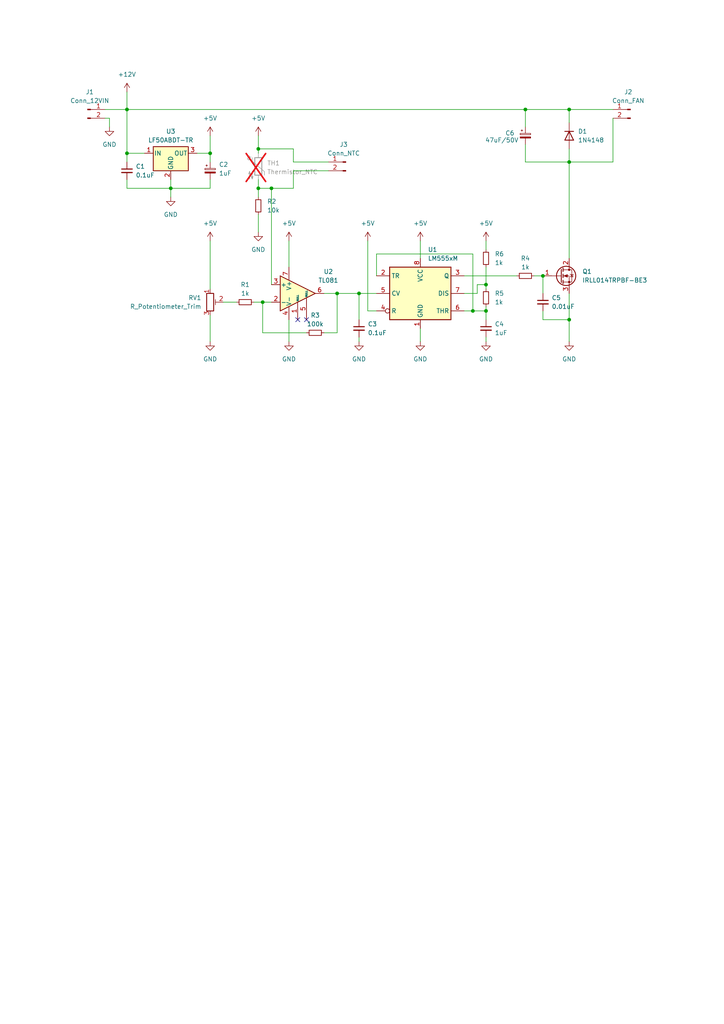
<source format=kicad_sch>
(kicad_sch (version 20231120) (generator "eeschema") (generator_version "8.0")
  (paper "A4" portrait)
  (lib_symbols
    (symbol "Amplifier_Operational:TL081" (pin_names (offset 0.127))
      (property "Reference" "U" (at 0 6.35 0))
      (property "Value" "TL081" (at 0 3.81 0))
      (symbol "TL081_0_1"
        (polyline (pts (xy -5.08 5.08) (xy 5.08 0) (xy -5.08 -5.08) (xy -5.08 5.08)) (stroke (width 0.254)) (fill (type background)))
      )
      (symbol "TL081_1_1"
        (pin input line (at 0 -7.62 90) (length 5.08) (name "NULL") (number "1"))
        (pin input line (at -7.62 -2.54 0) (length 2.54) (name "-") (number "2"))
        (pin input line (at -7.62 2.54 0) (length 2.54) (name "+") (number "3"))
        (pin power_in line (at -2.54 -7.62 90) (length 3.81) (name "V-") (number "4"))
        (pin input line (at 2.54 -7.62 90) (length 6.35) (name "NULL") (number "5"))
        (pin output line (at 7.62 0 180) (length 2.54) (name "~") (number "6"))
        (pin power_in line (at -2.54 7.62 270) (length 3.81) (name "V+") (number "7"))
        (pin no_connect line (at 0 2.54 270) (length 2.54) hide (name "NC") (number "8"))
      )
    )
    (symbol "Connector:Conn_01x02_Pin" (pin_names (offset 1.016) hide)
      (property "Reference" "J" (at 0 2.54 0))
      (property "Value" "Conn_01x02_Pin" (at 0 -5.08 0))
      (symbol "Conn_01x02_Pin_1_1"
        (polyline (pts (xy 1.27 -2.54) (xy 0.8636 -2.54)) (stroke (width 0.1524)))
        (polyline (pts (xy 1.27 0) (xy 0.8636 0)) (stroke (width 0.1524)))
        (rectangle (start 0.8636 -2.413) (end 0 -2.667) (stroke (width 0.1524)) (fill (type outline)))
        (rectangle (start 0.8636 0.127) (end 0 -0.127) (stroke (width 0.1524)) (fill (type outline)))
        (pin passive line (at 5.08 0 180) (length 3.81) (name "Pin_1") (number "1"))
        (pin passive line (at 5.08 -2.54 180) (length 3.81) (name "Pin_2") (number "2"))
      )
    )
    (symbol "Device:C_Polarized_Small" (pin_numbers hide) (pin_names (offset 0.254) hide)
      (property "Reference" "C" (at 0.254 1.778 0))
      (property "Value" "C_Polarized_Small" (at 0.254 -2.032 0))
      (symbol "C_Polarized_Small_0_1"
        (rectangle (start -1.524 -0.3048) (end 1.524 -0.6858) (fill (type outline)))
        (rectangle (start -1.524 0.6858) (end 1.524 0.3048))
        (polyline (pts (xy -1.27 1.524) (xy -0.762 1.524)))
        (polyline (pts (xy -1.016 1.27) (xy -1.016 1.778)))
      )
      (symbol "C_Polarized_Small_1_1"
        (pin passive line (at 0 2.54 270) (length 1.8542) (name "~") (number "1"))
        (pin passive line (at 0 -2.54 90) (length 1.8542) (name "~") (number "2"))
      )
    )
    (symbol "Device:C_Small" (pin_numbers hide) (pin_names (offset 0.254) hide)
      (property "Reference" "C" (at 0.254 1.778 0))
      (property "Value" "C_Small" (at 0.254 -2.032 0))
      (symbol "C_Small_0_1"
        (polyline (pts (xy -1.524 -0.508) (xy 1.524 -0.508)) (stroke (width 0.3302)))
        (polyline (pts (xy -1.524 0.508) (xy 1.524 0.508)) (stroke (width 0.3048)))
      )
      (symbol "C_Small_1_1"
        (pin passive line (at 0 2.54 270) (length 2.032) (name "~") (number "1"))
        (pin passive line (at 0 -2.54 90) (length 2.032) (name "~") (number "2"))
      )
    )
    (symbol "Device:R_Potentiometer_Trim" (pin_names (offset 1.016) hide)
      (property "Reference" "RV" (at -4.445 0 90))
      (property "Value" "R_Potentiometer_Trim" (at -2.54 0 90))
      (symbol "R_Potentiometer_Trim_0_1"
        (polyline (pts (xy 1.524 0.762) (xy 1.524 -0.762)))
        (polyline (pts (xy 2.54 0) (xy 1.524 0)))
        (rectangle (start 1.016 2.54) (end -1.016 -2.54) (stroke (width 0.254)))
      )
      (symbol "R_Potentiometer_Trim_1_1"
        (pin passive line (at 0 3.81 270) (length 1.27) (name "1") (number "1"))
        (pin passive line (at 3.81 0 180) (length 1.27) (name "2") (number "2"))
        (pin passive line (at 0 -3.81 90) (length 1.27) (name "3") (number "3"))
      )
    )
    (symbol "Device:R_Small" (pin_numbers hide) (pin_names (offset 0.254) hide)
      (property "Reference" "R" (at 0.762 0.508 0))
      (property "Value" "R_Small" (at 0.762 -1.016 0))
      (symbol "R_Small_0_1"
        (rectangle (start -0.762 1.778) (end 0.762 -1.778) (stroke (width 0.2032)))
      )
      (symbol "R_Small_1_1"
        (pin passive line (at 0 2.54 270) (length 0.762) (name "~") (number "1"))
        (pin passive line (at 0 -2.54 90) (length 0.762) (name "~") (number "2"))
      )
    )
    (symbol "Device:Thermistor_NTC" (pin_numbers hide) (pin_names (offset 0))
      (property "Reference" "TH" (at -4.445 0 90))
      (property "Value" "Thermistor_NTC" (at 3.175 0 90))
      (symbol "Thermistor_NTC_0_1"
        (arc (start -3.048 2.159) (mid -3.0495 2.3143) (end -3.175 2.413))
        (arc (start -3.048 2.159) (mid -2.9736 1.9794) (end -2.794 1.905))
        (arc (start -3.048 2.794) (mid -2.9736 2.6144) (end -2.794 2.54))
        (arc (start -2.794 1.905) (mid -2.6144 1.9794) (end -2.54 2.159))
        (arc (start -2.794 2.54) (mid -2.4393 2.5587) (end -2.159 2.794))
        (arc (start -2.794 3.048) (mid -2.9736 2.9736) (end -3.048 2.794))
        (arc (start -2.54 2.794) (mid -2.6144 2.9736) (end -2.794 3.048))
        (rectangle (start -1.016 2.54) (end 1.016 -2.54) (stroke (width 0.254)))
        (polyline (pts (xy -2.54 2.159) (xy -2.54 2.794)))
        (polyline (pts (xy -1.778 2.54) (xy -1.778 1.524) (xy 1.778 -1.524) (xy 1.778 -2.54)))
        (polyline (pts (xy -2.54 -3.683) (xy -2.54 -1.397) (xy -2.794 -2.159) (xy -2.286 -2.159) (xy -2.54 -1.397) (xy -2.54 -1.651)) (fill (type outline)))
        (polyline (pts (xy -1.778 -1.397) (xy -1.778 -3.683) (xy -2.032 -2.921) (xy -1.524 -2.921) (xy -1.778 -3.683) (xy -1.778 -3.429)) (fill (type outline)))
      )
      (symbol "Thermistor_NTC_1_1"
        (pin passive line (at 0 3.81 270) (length 1.27) (name "~") (number "1"))
        (pin passive line (at 0 -3.81 90) (length 1.27) (name "~") (number "2"))
      )
    )
    (symbol "Diode:1N4148" (pin_numbers hide) (pin_names hide)
      (property "Reference" "D" (at 0 2.54 0))
      (property "Value" "1N4148" (at 0 -2.54 0))
      (symbol "1N4148_0_1"
        (polyline (pts (xy -1.27 1.27) (xy -1.27 -1.27)) (stroke (width 0.254)))
        (polyline (pts (xy 1.27 0) (xy -1.27 0)))
        (polyline (pts (xy 1.27 1.27) (xy 1.27 -1.27) (xy -1.27 0) (xy 1.27 1.27)) (stroke (width 0.254)))
      )
      (symbol "1N4148_1_1"
        (pin passive line (at -3.81 0 0) (length 2.54) (name "K") (number "1"))
        (pin passive line (at 3.81 0 180) (length 2.54) (name "A") (number "2"))
      )
    )
    (symbol "Regulator_Linear:L7805" (pin_names (offset 0.254))
      (property "Reference" "U" (at -3.81 3.175 0))
      (property "Value" "L7805" (at 0 3.175 0))
      (symbol "L7805_0_1"
        (rectangle (start -5.08 1.905) (end 5.08 -5.08) (stroke (width 0.254)) (fill (type background)))
      )
      (symbol "L7805_1_1"
        (pin power_in line (at -7.62 0 0) (length 2.54) (name "IN") (number "1"))
        (pin power_in line (at 0 -7.62 90) (length 2.54) (name "GND") (number "2"))
        (pin power_out line (at 7.62 0 180) (length 2.54) (name "OUT") (number "3"))
      )
    )
    (symbol "Timer:LM555xM"
      (property "Reference" "U" (at -10.16 8.89 0))
      (property "Value" "LM555xM" (at 2.54 8.89 0))
      (symbol "LM555xM_0_0"
        (pin power_in line (at 0 -10.16 90) (length 2.54) (name "GND") (number "1"))
        (pin power_in line (at 0 10.16 270) (length 2.54) (name "VCC") (number "8"))
      )
      (symbol "LM555xM_0_1"
        (rectangle (start -8.89 -7.62) (end 8.89 7.62) (stroke (width 0.254)) (fill (type background)))
        (rectangle (start -8.89 -7.62) (end 8.89 7.62) (stroke (width 0.254)) (fill (type background)))
      )
      (symbol "LM555xM_1_1"
        (pin input line (at -12.7 5.08 0) (length 3.81) (name "TR") (number "2"))
        (pin output line (at 12.7 5.08 180) (length 3.81) (name "Q") (number "3"))
        (pin input inverted (at -12.7 -5.08 0) (length 3.81) (name "R") (number "4"))
        (pin input line (at -12.7 0 0) (length 3.81) (name "CV") (number "5"))
        (pin input line (at 12.7 -5.08 180) (length 3.81) (name "THR") (number "6"))
        (pin input line (at 12.7 0 180) (length 3.81) (name "DIS") (number "7"))
      )
    )
    (symbol "Transistor_FET:BUK7880-55A" (pin_names hide)
      (property "Reference" "Q" (at 5.08 1.905 0))
      (property "Value" "BUK7880-55A" (at 5.08 0 0))
      (symbol "BUK7880-55A_0_1"
        (polyline (pts (xy 0.254 0) (xy -2.54 0)))
        (polyline (pts (xy 0.254 1.905) (xy 0.254 -1.905)) (stroke (width 0.254)))
        (polyline (pts (xy 0.762 -1.27) (xy 0.762 -2.286)) (stroke (width 0.254)))
        (polyline (pts (xy 0.762 0.508) (xy 0.762 -0.508)) (stroke (width 0.254)))
        (polyline (pts (xy 0.762 2.286) (xy 0.762 1.27)) (stroke (width 0.254)))
        (polyline (pts (xy 2.54 2.54) (xy 2.54 1.778)))
        (polyline (pts (xy 2.54 -2.54) (xy 2.54 0) (xy 0.762 0)))
        (polyline (pts (xy 0.762 -1.778) (xy 3.302 -1.778) (xy 3.302 1.778) (xy 0.762 1.778)))
        (polyline (pts (xy 1.016 0) (xy 2.032 0.381) (xy 2.032 -0.381) (xy 1.016 0)) (fill (type outline)))
        (polyline (pts (xy 2.794 0.508) (xy 2.921 0.381) (xy 3.683 0.381) (xy 3.81 0.254)))
        (polyline (pts (xy 3.302 0.381) (xy 2.921 -0.254) (xy 3.683 -0.254) (xy 3.302 0.381)))
        (circle (center 1.651 0) (radius 2.794) (stroke (width 0.254)))
        (circle (center 2.54 -1.778) (radius 0.254) (fill (type outline)))
        (circle (center 2.54 1.778) (radius 0.254) (fill (type outline)))
      )
      (symbol "BUK7880-55A_1_1"
        (pin input line (at -5.08 0 0) (length 2.54) (name "G") (number "1"))
        (pin passive line (at 2.54 5.08 270) (length 2.54) (name "D") (number "2"))
        (pin passive line (at 2.54 -5.08 90) (length 2.54) (name "S") (number "3"))
      )
    )
    (symbol "power:+12V" (power) (pin_numbers hide) (pin_names (offset 0) hide)
      (property "Value" "+12V" (at 0 3.556 0))
      (symbol "+12V_0_1"
        (polyline (pts (xy -0.762 1.27) (xy 0 2.54)))
        (polyline (pts (xy 0 0) (xy 0 2.54)))
        (polyline (pts (xy 0 2.54) (xy 0.762 1.27)))
      )
      (symbol "+12V_1_1"
        (pin power_in line (at 0 0 90) (length 0) (name "~") (number "1"))
      )
    )
    (symbol "power:+5V" (power) (pin_numbers hide) (pin_names (offset 0) hide)
      (property "Value" "+5V" (at 0 3.556 0))
      (symbol "+5V_0_1"
        (polyline (pts (xy -0.762 1.27) (xy 0 2.54)))
        (polyline (pts (xy 0 0) (xy 0 2.54)))
        (polyline (pts (xy 0 2.54) (xy 0.762 1.27)))
      )
      (symbol "+5V_1_1"
        (pin power_in line (at 0 0 90) (length 0) (name "~") (number "1"))
      )
    )
    (symbol "power:GND" (power) (pin_numbers hide) (pin_names (offset 0) hide)
      (property "Value" "GND" (at 0 -3.81 0))
      (symbol "GND_0_1"
        (polyline (pts (xy 0 0) (xy 0 -1.27) (xy 1.27 -1.27) (xy 0 -2.54) (xy -1.27 -1.27) (xy 0 -1.27)))
      )
      (symbol "GND_1_1"
        (pin power_in line (at 0 0 270) (length 0) (name "~") (number "1"))
      )
    )
  )
  (junction (at 78.74 54.61))
  (junction (at 97.79 85.09))
  (junction (at 74.93 54.61))
  (junction (at 165.1 46.99))
  (junction (at 104.14 85.09))
  (junction (at 137.16 90.17))
  (junction (at 157.48 80.01))
  (junction (at 140.97 82.55))
  (junction (at 152.4 31.75))
  (junction (at 74.93 43.18))
  (junction (at 165.1 92.71))
  (junction (at 140.97 90.17))
  (junction (at 36.83 44.45))
  (junction (at 165.1 31.75))
  (junction (at 60.96 44.45))
  (junction (at 36.83 31.75))
  (junction (at 76.2 87.63))
  (junction (at 49.53 54.61))
  (no_connect (at 88.9 92.71))
  (no_connect (at 86.36 92.71))
  (wire (pts (xy 76.2 96.52) (xy 76.2 87.63)))
  (wire (pts (xy 152.4 31.75) (xy 165.1 31.75)))
  (wire (pts (xy 165.1 31.75) (xy 177.8 31.75)))
  (wire (pts (xy 74.93 54.61) (xy 74.93 57.15)))
  (wire (pts (xy 134.62 85.09) (xy 138.43 85.09)))
  (wire (pts (xy 60.96 54.61) (xy 49.53 54.61)))
  (wire (pts (xy 85.09 43.18) (xy 74.93 43.18)))
  (wire (pts (xy 137.16 73.66) (xy 137.16 90.17)))
  (wire (pts (xy 93.98 96.52) (xy 97.79 96.52)))
  (wire (pts (xy 85.09 49.53) (xy 85.09 54.61)))
  (wire (pts (xy 36.83 44.45) (xy 41.91 44.45)))
  (wire (pts (xy 140.97 82.55) (xy 140.97 83.82)))
  (wire (pts (xy 138.43 82.55) (xy 140.97 82.55)))
  (wire (pts (xy 73.66 87.63) (xy 76.2 87.63)))
  (wire (pts (xy 152.4 46.99) (xy 165.1 46.99)))
  (wire (pts (xy 165.1 92.71) (xy 165.1 99.06)))
  (wire (pts (xy 109.22 90.17) (xy 106.68 90.17)))
  (wire (pts (xy 106.68 69.85) (xy 106.68 90.17)))
  (wire (pts (xy 49.53 54.61) (xy 49.53 57.15)))
  (wire (pts (xy 104.14 85.09) (xy 104.14 92.71)))
  (wire (pts (xy 104.14 97.79) (xy 104.14 99.06)))
  (wire (pts (xy 74.93 43.18) (xy 74.93 44.45)))
  (wire (pts (xy 177.8 34.29) (xy 177.8 46.99)))
  (wire (pts (xy 76.2 87.63) (xy 78.74 87.63)))
  (wire (pts (xy 97.79 85.09) (xy 104.14 85.09)))
  (wire (pts (xy 30.48 31.75) (xy 36.83 31.75)))
  (wire (pts (xy 36.83 31.75) (xy 152.4 31.75)))
  (wire (pts (xy 157.48 92.71) (xy 165.1 92.71)))
  (wire (pts (xy 157.48 90.17) (xy 157.48 92.71)))
  (wire (pts (xy 78.74 54.61) (xy 74.93 54.61)))
  (wire (pts (xy 95.25 46.99) (xy 85.09 46.99)))
  (wire (pts (xy 36.83 31.75) (xy 36.83 44.45)))
  (wire (pts (xy 31.75 34.29) (xy 31.75 36.83)))
  (wire (pts (xy 78.74 82.55) (xy 78.74 54.61)))
  (wire (pts (xy 165.1 46.99) (xy 165.1 74.93)))
  (wire (pts (xy 134.62 80.01) (xy 149.86 80.01)))
  (wire (pts (xy 60.96 39.37) (xy 60.96 44.45)))
  (wire (pts (xy 152.4 31.75) (xy 152.4 36.83)))
  (wire (pts (xy 165.1 85.09) (xy 165.1 92.71)))
  (wire (pts (xy 64.77 87.63) (xy 68.58 87.63)))
  (wire (pts (xy 157.48 80.01) (xy 157.48 85.09)))
  (wire (pts (xy 121.92 69.85) (xy 121.92 74.93)))
  (wire (pts (xy 36.83 54.61) (xy 49.53 54.61)))
  (wire (pts (xy 57.15 44.45) (xy 60.96 44.45)))
  (wire (pts (xy 109.22 85.09) (xy 104.14 85.09)))
  (wire (pts (xy 121.92 95.25) (xy 121.92 99.06)))
  (wire (pts (xy 88.9 96.52) (xy 76.2 96.52)))
  (wire (pts (xy 165.1 31.75) (xy 165.1 35.56)))
  (wire (pts (xy 85.09 46.99) (xy 85.09 43.18)))
  (wire (pts (xy 152.4 41.91) (xy 152.4 46.99)))
  (wire (pts (xy 74.93 39.37) (xy 74.93 43.18)))
  (wire (pts (xy 97.79 96.52) (xy 97.79 85.09)))
  (wire (pts (xy 60.96 69.85) (xy 60.96 83.82)))
  (wire (pts (xy 109.22 80.01) (xy 109.22 73.66)))
  (wire (pts (xy 140.97 69.85) (xy 140.97 72.39)))
  (wire (pts (xy 109.22 73.66) (xy 137.16 73.66)))
  (wire (pts (xy 60.96 52.07) (xy 60.96 54.61)))
  (wire (pts (xy 36.83 52.07) (xy 36.83 54.61)))
  (wire (pts (xy 154.94 80.01) (xy 157.48 80.01)))
  (wire (pts (xy 60.96 44.45) (xy 60.96 46.99)))
  (wire (pts (xy 140.97 88.9) (xy 140.97 90.17)))
  (wire (pts (xy 83.82 92.71) (xy 83.82 99.06)))
  (wire (pts (xy 137.16 90.17) (xy 140.97 90.17)))
  (wire (pts (xy 140.97 90.17) (xy 140.97 92.71)))
  (wire (pts (xy 36.83 26.67) (xy 36.83 31.75)))
  (wire (pts (xy 138.43 85.09) (xy 138.43 82.55)))
  (wire (pts (xy 140.97 97.79) (xy 140.97 99.06)))
  (wire (pts (xy 36.83 44.45) (xy 36.83 46.99)))
  (wire (pts (xy 95.25 49.53) (xy 85.09 49.53)))
  (wire (pts (xy 74.93 62.23) (xy 74.93 67.31)))
  (wire (pts (xy 177.8 46.99) (xy 165.1 46.99)))
  (wire (pts (xy 74.93 52.07) (xy 74.93 54.61)))
  (wire (pts (xy 93.98 85.09) (xy 97.79 85.09)))
  (wire (pts (xy 49.53 54.61) (xy 49.53 52.07)))
  (wire (pts (xy 60.96 91.44) (xy 60.96 99.06)))
  (wire (pts (xy 30.48 34.29) (xy 31.75 34.29)))
  (wire (pts (xy 165.1 43.18) (xy 165.1 46.99)))
  (wire (pts (xy 134.62 90.17) (xy 137.16 90.17)))
  (wire (pts (xy 85.09 54.61) (xy 78.74 54.61)))
  (wire (pts (xy 83.82 69.85) (xy 83.82 77.47)))
  (wire (pts (xy 140.97 77.47) (xy 140.97 82.55)))
  (symbol (lib_id "Device:R_Small") (at 71.12 87.63 90) (unit 1)
    (property "Reference" "R1" (at 71.12 82.55 90))
    (property "Value" "1k" (at 71.12 85.09 90))
    (property "Footprint" "Resistor_SMD:R_0402_1005Metric" (effects (hide yes)))
    (property "Description" "Resistor, small symbol" (effects (hide yes)))
  )
  (symbol (lib_id "Amplifier_Operational:TL081") (at 86.36 85.09 0) (unit 1)
    (property "Reference" "U2" (at 95.25 78.7714 0))
    (property "Value" "TL081" (at 95.25 81.3114 0))
    (property "Footprint" "kzpe_fp:SOIC127P600X175-8N" (effects (hide yes)))
    (property "Datasheet" "http://www.ti.com/lit/ds/symlink/tl081.pdf" (effects (hide yes)))
    (property "Description" "Single JFET-Input Operational Amplifiers, DIP-8/SOIC-8" (effects (hide yes)))
  )
  (symbol (lib_id "power:+5V") (at 60.96 39.37 0) (unit 1)
    (property "Reference" "#PWR04" (effects (hide yes)))
    (property "Value" "+5V" (at 60.96 34.29 0))
    (property "Description" "Power symbol creates a global label with name \"+5V\"" (effects (hide yes)))
  )
  (symbol (lib_id "Device:C_Polarized_Small") (at 152.4 39.37 0) (unit 1)
    (property "Reference" "C6" (at 146.558 38.608 0) (effects (justify left)))
    (property "Value" "47uF/50V" (at 140.716 40.64 0) (effects (justify left)))
    (property "Footprint" "Capacitor_SMD:CP_Elec_4x4.5" (effects (hide yes)))
    (property "Description" "Polarized capacitor, small symbol" (effects (hide yes)))
  )
  (symbol (lib_id "power:+5V") (at 106.68 69.85 0) (unit 1)
    (property "Reference" "#PWR012" (effects (hide yes)))
    (property "Value" "+5V" (at 106.68 64.77 0))
    (property "Description" "Power symbol creates a global label with name \"+5V\"" (effects (hide yes)))
  )
  (symbol (lib_id "power:GND") (at 74.93 67.31 0) (unit 1)
    (property "Reference" "#PWR07" (effects (hide yes)))
    (property "Value" "GND" (at 74.93 72.39 0))
    (property "Description" "Power symbol creates a global label with name \"GND\" , ground" (effects (hide yes)))
  )
  (symbol (lib_id "Timer:LM555xM") (at 121.92 85.09 0) (unit 1)
    (property "Reference" "U1" (at 124.1141 72.39 0) (effects (justify left)))
    (property "Value" "LM555xM" (at 124.1141 74.93 0) (effects (justify left)))
    (property "Footprint" "kzpe_fp:SOIC127P600X175-8N" (effects (hide yes)))
    (property "Datasheet" "http://www.ti.com/lit/ds/symlink/lm555.pdf" (effects (hide yes)))
    (property "Description" "Timer, 555 compatible, SOIC-8" (effects (hide yes)))
  )
  (symbol (lib_id "Device:C_Small") (at 36.83 49.53 0) (unit 1)
    (property "Reference" "C1" (at 39.37 48.2662 0) (effects (justify left)))
    (property "Value" "0.1uF" (at 39.37 50.8062 0) (effects (justify left)))
    (property "Footprint" "Capacitor_SMD:C_0402_1005Metric" (effects (hide yes)))
    (property "Description" "Unpolarized capacitor, small symbol" (effects (hide yes)))
  )
  (symbol (lib_id "power:+12V") (at 36.83 26.67 0) (unit 1)
    (property "Reference" "#PWR017" (effects (hide yes)))
    (property "Value" "+12V" (at 36.83 21.59 0))
    (property "Description" "Power symbol creates a global label with name \"+12V\"" (effects (hide yes)))
  )
  (symbol (lib_id "power:GND") (at 31.75 36.83 0) (unit 1)
    (property "Reference" "#PWR02" (effects (hide yes)))
    (property "Value" "GND" (at 31.75 41.91 0))
    (property "Description" "Power symbol creates a global label with name \"GND\" , ground" (effects (hide yes)))
  )
  (symbol (lib_id "Device:R_Small") (at 91.44 96.52 90) (unit 1)
    (property "Reference" "R3" (at 91.44 91.44 90))
    (property "Value" "100k" (at 91.44 93.98 90))
    (property "Footprint" "Resistor_SMD:R_0402_1005Metric" (effects (hide yes)))
    (property "Description" "Resistor, small symbol" (effects (hide yes)))
  )
  (symbol (lib_id "Connector:Conn_01x02_Pin") (at 25.4 31.75 0) (unit 1)
    (property "Reference" "J1" (at 26.035 26.67 0))
    (property "Value" "Conn_12VIN" (at 26.035 29.21 0))
    (property "Footprint" "Connector_Wire:SolderWire-1.5sqmm_1x02_P6mm_D1.7mm_OD3mm" (effects (hide yes)))
    (property "Description" "Generic connector, single row, 01x02, script generated" (effects (hide yes)))
  )
  (symbol (lib_id "Device:C_Polarized_Small") (at 60.96 49.53 0) (unit 1)
    (property "Reference" "C2" (at 63.5 47.7138 0) (effects (justify left)))
    (property "Value" "1uF" (at 63.5 50.2538 0) (effects (justify left)))
    (property "Footprint" "Capacitor_SMD:C_0402_1005Metric" (effects (hide yes)))
    (property "Description" "Polarized capacitor, small symbol" (effects (hide yes)))
  )
  (symbol (lib_id "power:GND") (at 49.53 57.15 0) (unit 1)
    (property "Reference" "#PWR03" (effects (hide yes)))
    (property "Value" "GND" (at 49.53 62.23 0))
    (property "Description" "Power symbol creates a global label with name \"GND\" , ground" (effects (hide yes)))
  )
  (symbol (lib_id "power:+5V") (at 121.92 69.85 0) (unit 1)
    (property "Reference" "#PWR013" (effects (hide yes)))
    (property "Value" "+5V" (at 121.92 64.77 0))
    (property "Description" "Power symbol creates a global label with name \"+5V\"" (effects (hide yes)))
  )
  (symbol (lib_id "power:GND") (at 121.92 99.06 0) (unit 1)
    (property "Reference" "#PWR010" (effects (hide yes)))
    (property "Value" "GND" (at 121.92 104.14 0))
    (property "Description" "Power symbol creates a global label with name \"GND\" , ground" (effects (hide yes)))
  )
  (symbol (lib_id "Device:R_Small") (at 152.4 80.01 90) (unit 1)
    (property "Reference" "R4" (at 152.4 74.93 90))
    (property "Value" "1k" (at 152.4 77.47 90))
    (property "Footprint" "Resistor_SMD:R_0402_1005Metric" (effects (hide yes)))
    (property "Description" "Resistor, small symbol" (effects (hide yes)))
  )
  (symbol (lib_id "Device:R_Potentiometer_Trim") (at 60.96 87.63 0) (unit 1)
    (property "Reference" "RV1" (at 58.42 86.3599 0) (effects (justify right)))
    (property "Value" "R_Potentiometer_Trim" (at 58.42 88.8999 0) (effects (justify right)))
    (property "Footprint" "Potentiometer_SMD:Potentiometer_Bourns_3224J_Horizontal" (effects (hide yes)))
    (property "Description" "Trim-potentiometer" (effects (hide yes)))
  )
  (symbol (lib_id "Device:C_Small") (at 157.48 87.63 0) (unit 1)
    (property "Reference" "C5" (at 160.02 86.3662 0) (effects (justify left)))
    (property "Value" "0.01uF" (at 160.02 88.9062 0) (effects (justify left)))
    (property "Footprint" "Capacitor_SMD:C_0402_1005Metric" (effects (hide yes)))
    (property "Description" "Unpolarized capacitor, small symbol" (effects (hide yes)))
  )
  (symbol (lib_id "Diode:1N4148") (at 165.1 39.37 270) (unit 1)
    (property "Reference" "D1" (at 167.64 38.0999 90) (effects (justify left)))
    (property "Value" "1N4148" (at 167.64 40.6399 90) (effects (justify left)))
    (property "Footprint" "Diode_SMD:D_0402_1005Metric" (effects (hide yes)))
    (property "Datasheet" "https://assets.nexperia.com/documents/data-sheet/1N4148_1N4448.pdf" (effects (hide yes)))
    (property "Description" "100V 0.15A standard switching diode, DO-35" (effects (hide yes)))
    (property "Sim.Device" "D" (effects (hide yes)))
    (property "Sim.Pins" "1=K 2=A" (effects (hide yes)))
  )
  (symbol (lib_id "Device:C_Small") (at 104.14 95.25 0) (unit 1)
    (property "Reference" "C3" (at 106.68 93.9862 0) (effects (justify left)))
    (property "Value" "0.1uF" (at 106.68 96.5262 0) (effects (justify left)))
    (property "Footprint" "Capacitor_SMD:C_0402_1005Metric" (effects (hide yes)))
    (property "Description" "Unpolarized capacitor, small symbol" (effects (hide yes)))
  )
  (symbol (lib_id "power:+5V") (at 74.93 39.37 0) (unit 1)
    (property "Reference" "#PWR08" (effects (hide yes)))
    (property "Value" "+5V" (at 74.93 34.29 0))
    (property "Description" "Power symbol creates a global label with name \"+5V\"" (effects (hide yes)))
  )
  (symbol (lib_id "Device:R_Small") (at 74.93 59.69 180) (unit 1)
    (property "Reference" "R2" (at 77.47 58.4199 0) (effects (justify right)))
    (property "Value" "10k" (at 77.47 60.9599 0) (effects (justify right)))
    (property "Footprint" "Resistor_SMD:R_0402_1005Metric" (effects (hide yes)))
    (property "Description" "Resistor, small symbol" (effects (hide yes)))
  )
  (symbol (lib_id "power:GND") (at 60.96 99.06 0) (unit 1)
    (property "Reference" "#PWR05" (effects (hide yes)))
    (property "Value" "GND" (at 60.96 104.14 0))
    (property "Description" "Power symbol creates a global label with name \"GND\" , ground" (effects (hide yes)))
  )
  (symbol (lib_id "Connector:Conn_01x02_Pin") (at 100.33 46.99 0) (mirror y) (unit 1)
    (property "Reference" "J3" (at 99.695 41.91 0))
    (property "Value" "Conn_NTC" (at 99.695 44.45 0))
    (property "Footprint" "Connector_Wire:SolderWire-1.5sqmm_1x02_P6mm_D1.7mm_OD3mm" (effects (hide yes)))
    (property "Description" "Generic connector, single row, 01x02, script generated" (effects (hide yes)))
  )
  (symbol (lib_id "power:+5V") (at 140.97 69.85 0) (unit 1)
    (property "Reference" "#PWR015" (effects (hide yes)))
    (property "Value" "+5V" (at 140.97 64.77 0))
    (property "Description" "Power symbol creates a global label with name \"+5V\"" (effects (hide yes)))
  )
  (symbol (lib_id "Device:Thermistor_NTC") (at 74.93 48.26 0) (unit 1) (dnp yes)
    (property "Reference" "TH1" (at 77.47 47.3074 0) (effects (justify left)))
    (property "Value" "Thermistor_NTC" (at 77.47 49.8474 0) (effects (justify left)))
    (property "Footprint" "Resistor_SMD:R_0402_1005Metric" (effects (hide yes)))
    (property "Description" "Temperature dependent resistor, negative temperature coefficient" (effects (hide yes)))
  )
  (symbol (lib_id "Device:R_Small") (at 140.97 74.93 180) (unit 1)
    (property "Reference" "R6" (at 143.51 73.6599 0) (effects (justify right)))
    (property "Value" "1k" (at 143.51 76.1999 0) (effects (justify right)))
    (property "Footprint" "Resistor_SMD:R_0402_1005Metric" (effects (hide yes)))
    (property "Description" "Resistor, small symbol" (effects (hide yes)))
  )
  (symbol (lib_id "power:GND") (at 83.82 99.06 0) (unit 1)
    (property "Reference" "#PWR01" (effects (hide yes)))
    (property "Value" "GND" (at 83.82 104.14 0))
    (property "Description" "Power symbol creates a global label with name \"GND\" , ground" (effects (hide yes)))
  )
  (symbol (lib_id "power:GND") (at 165.1 99.06 0) (unit 1)
    (property "Reference" "#PWR016" (effects (hide yes)))
    (property "Value" "GND" (at 165.1 104.14 0))
    (property "Description" "Power symbol creates a global label with name \"GND\" , ground" (effects (hide yes)))
  )
  (symbol (lib_id "power:+5V") (at 83.82 69.85 0) (unit 1)
    (property "Reference" "#PWR09" (effects (hide yes)))
    (property "Value" "+5V" (at 83.82 64.77 0))
    (property "Description" "Power symbol creates a global label with name \"+5V\"" (effects (hide yes)))
  )
  (symbol (lib_id "Device:R_Small") (at 140.97 86.36 180) (unit 1)
    (property "Reference" "R5" (at 143.51 85.0899 0) (effects (justify right)))
    (property "Value" "1k" (at 143.51 87.6299 0) (effects (justify right)))
    (property "Footprint" "Resistor_SMD:R_0402_1005Metric" (effects (hide yes)))
    (property "Description" "Resistor, small symbol" (effects (hide yes)))
  )
  (symbol (lib_id "power:GND") (at 104.14 99.06 0) (unit 1)
    (property "Reference" "#PWR011" (effects (hide yes)))
    (property "Value" "GND" (at 104.14 104.14 0))
    (property "Description" "Power symbol creates a global label with name \"GND\" , ground" (effects (hide yes)))
  )
  (symbol (lib_id "Transistor_FET:BUK7880-55A") (at 162.56 80.01 0) (unit 1)
    (property "Reference" "Q1" (at 168.91 78.7399 0) (effects (justify left)))
    (property "Value" "IRLL014TRPBF-BE3" (at 168.91 81.2799 0) (effects (justify left)))
    (property "Footprint" "Library:SOT230P700X180-4N" (effects (hide yes)))
    (property "Datasheet" "https://assets.nexperia.com/documents/data-sheet/BUK7880-55A.pdf" (effects (hide yes)))
    (property "Description" "7A Id, 55V Vds, N-Channel Enhancement Mode MOSFET, SOT-223" (effects (hide yes)))
  )
  (symbol (lib_id "power:GND") (at 140.97 99.06 0) (unit 1)
    (property "Reference" "#PWR014" (effects (hide yes)))
    (property "Value" "GND" (at 140.97 104.14 0))
    (property "Description" "Power symbol creates a global label with name \"GND\" , ground" (effects (hide yes)))
  )
  (symbol (lib_id "power:+5V") (at 60.96 69.85 0) (unit 1)
    (property "Reference" "#PWR06" (effects (hide yes)))
    (property "Value" "+5V" (at 60.96 64.77 0))
    (property "Description" "Power symbol creates a global label with name \"+5V\"" (effects (hide yes)))
  )
  (symbol (lib_id "Regulator_Linear:L7805") (at 49.53 44.45 0) (unit 1)
    (property "Reference" "U3" (at 49.53 38.1 0))
    (property "Value" "LF50ABDT-TR" (at 49.53 40.64 0))
    (property "Footprint" "Library:TO228P972X240-3N" (effects (hide yes)))
    (property "Datasheet" "http://www.st.com/content/ccc/resource/technical/document/datasheet/41/4f/b3/b0/12/d4/47/88/CD00000444.pdf/files/CD00000444.pdf/jcr:content/translations/en.CD00000444.pdf" (effects (hide yes)))
    (property "Description" "Positive 1.5A 35V Linear Regulator, Fixed Output 5V, TO-220/TO-263/TO-252" (effects (hide yes)))
  )
  (symbol (lib_id "Connector:Conn_01x02_Pin") (at 182.88 31.75 0) (mirror y) (unit 1)
    (property "Reference" "J2" (at 182.245 26.67 0))
    (property "Value" "Conn_FAN" (at 182.245 29.21 0))
    (property "Footprint" "Connector_Wire:SolderWire-1.5sqmm_1x02_P6mm_D1.7mm_OD3mm" (effects (hide yes)))
    (property "Description" "Generic connector, single row, 01x02, script generated" (effects (hide yes)))
  )
  (symbol (lib_id "Device:C_Small") (at 140.97 95.25 0) (unit 1)
    (property "Reference" "C4" (at 143.51 93.9862 0) (effects (justify left)))
    (property "Value" "1uF" (at 143.51 96.5262 0) (effects (justify left)))
    (property "Footprint" "Capacitor_SMD:C_0402_1005Metric" (effects (hide yes)))
    (property "Description" "Unpolarized capacitor, small symbol" (effects (hide yes)))
  )
)
</source>
